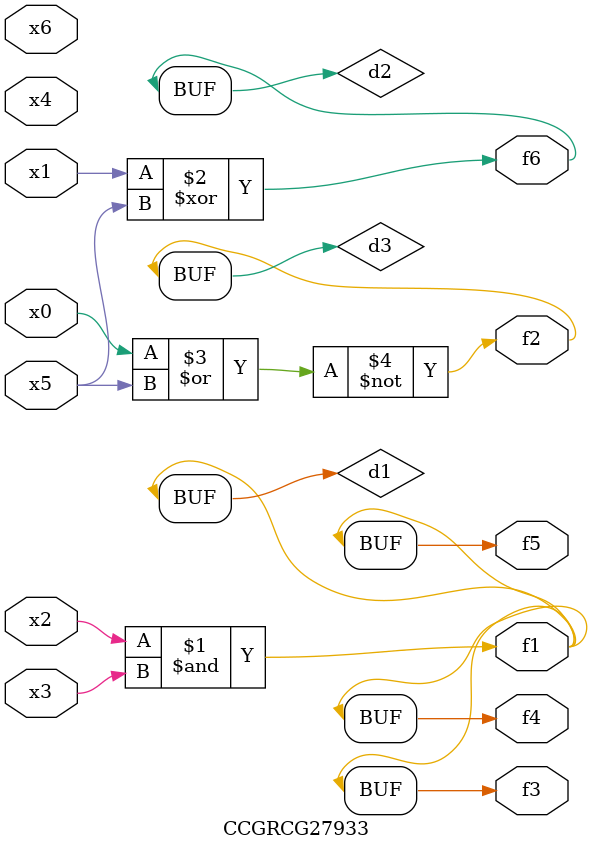
<source format=v>
module CCGRCG27933(
	input x0, x1, x2, x3, x4, x5, x6,
	output f1, f2, f3, f4, f5, f6
);

	wire d1, d2, d3;

	and (d1, x2, x3);
	xor (d2, x1, x5);
	nor (d3, x0, x5);
	assign f1 = d1;
	assign f2 = d3;
	assign f3 = d1;
	assign f4 = d1;
	assign f5 = d1;
	assign f6 = d2;
endmodule

</source>
